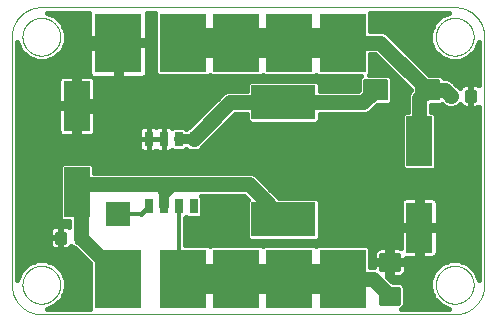
<source format=gtl>
G75*
%MOIN*%
%OFA0B0*%
%FSLAX25Y25*%
%IPPOS*%
%LPD*%
%AMOC8*
5,1,8,0,0,1.08239X$1,22.5*
%
%ADD10C,0.00000*%
%ADD11C,0.00984*%
%ADD12R,0.08661X0.16535*%
%ADD13C,0.00709*%
%ADD14R,0.21260X0.11417*%
%ADD15C,0.01575*%
%ADD16R,0.02835X0.05000*%
%ADD17R,0.15748X0.19685*%
%ADD18R,0.07874X0.07874*%
%ADD19C,0.01600*%
%ADD20C,0.05000*%
%ADD21C,0.04000*%
%ADD22C,0.03200*%
%ADD23C,0.10000*%
%ADD24C,0.01200*%
D10*
X0013611Y0003769D02*
X0151406Y0003769D01*
X0145107Y0013611D02*
X0145109Y0013769D01*
X0145115Y0013927D01*
X0145125Y0014085D01*
X0145139Y0014243D01*
X0145157Y0014400D01*
X0145178Y0014557D01*
X0145204Y0014713D01*
X0145234Y0014869D01*
X0145267Y0015024D01*
X0145305Y0015177D01*
X0145346Y0015330D01*
X0145391Y0015482D01*
X0145440Y0015633D01*
X0145493Y0015782D01*
X0145549Y0015930D01*
X0145609Y0016076D01*
X0145673Y0016221D01*
X0145741Y0016364D01*
X0145812Y0016506D01*
X0145886Y0016646D01*
X0145964Y0016783D01*
X0146046Y0016919D01*
X0146130Y0017053D01*
X0146219Y0017184D01*
X0146310Y0017313D01*
X0146405Y0017440D01*
X0146502Y0017565D01*
X0146603Y0017687D01*
X0146707Y0017806D01*
X0146814Y0017923D01*
X0146924Y0018037D01*
X0147037Y0018148D01*
X0147152Y0018257D01*
X0147270Y0018362D01*
X0147391Y0018464D01*
X0147514Y0018564D01*
X0147640Y0018660D01*
X0147768Y0018753D01*
X0147898Y0018843D01*
X0148031Y0018929D01*
X0148166Y0019013D01*
X0148302Y0019092D01*
X0148441Y0019169D01*
X0148582Y0019241D01*
X0148724Y0019311D01*
X0148868Y0019376D01*
X0149014Y0019438D01*
X0149161Y0019496D01*
X0149310Y0019551D01*
X0149460Y0019602D01*
X0149611Y0019649D01*
X0149763Y0019692D01*
X0149916Y0019731D01*
X0150071Y0019767D01*
X0150226Y0019798D01*
X0150382Y0019826D01*
X0150538Y0019850D01*
X0150695Y0019870D01*
X0150853Y0019886D01*
X0151010Y0019898D01*
X0151169Y0019906D01*
X0151327Y0019910D01*
X0151485Y0019910D01*
X0151643Y0019906D01*
X0151802Y0019898D01*
X0151959Y0019886D01*
X0152117Y0019870D01*
X0152274Y0019850D01*
X0152430Y0019826D01*
X0152586Y0019798D01*
X0152741Y0019767D01*
X0152896Y0019731D01*
X0153049Y0019692D01*
X0153201Y0019649D01*
X0153352Y0019602D01*
X0153502Y0019551D01*
X0153651Y0019496D01*
X0153798Y0019438D01*
X0153944Y0019376D01*
X0154088Y0019311D01*
X0154230Y0019241D01*
X0154371Y0019169D01*
X0154510Y0019092D01*
X0154646Y0019013D01*
X0154781Y0018929D01*
X0154914Y0018843D01*
X0155044Y0018753D01*
X0155172Y0018660D01*
X0155298Y0018564D01*
X0155421Y0018464D01*
X0155542Y0018362D01*
X0155660Y0018257D01*
X0155775Y0018148D01*
X0155888Y0018037D01*
X0155998Y0017923D01*
X0156105Y0017806D01*
X0156209Y0017687D01*
X0156310Y0017565D01*
X0156407Y0017440D01*
X0156502Y0017313D01*
X0156593Y0017184D01*
X0156682Y0017053D01*
X0156766Y0016919D01*
X0156848Y0016783D01*
X0156926Y0016646D01*
X0157000Y0016506D01*
X0157071Y0016364D01*
X0157139Y0016221D01*
X0157203Y0016076D01*
X0157263Y0015930D01*
X0157319Y0015782D01*
X0157372Y0015633D01*
X0157421Y0015482D01*
X0157466Y0015330D01*
X0157507Y0015177D01*
X0157545Y0015024D01*
X0157578Y0014869D01*
X0157608Y0014713D01*
X0157634Y0014557D01*
X0157655Y0014400D01*
X0157673Y0014243D01*
X0157687Y0014085D01*
X0157697Y0013927D01*
X0157703Y0013769D01*
X0157705Y0013611D01*
X0157703Y0013453D01*
X0157697Y0013295D01*
X0157687Y0013137D01*
X0157673Y0012979D01*
X0157655Y0012822D01*
X0157634Y0012665D01*
X0157608Y0012509D01*
X0157578Y0012353D01*
X0157545Y0012198D01*
X0157507Y0012045D01*
X0157466Y0011892D01*
X0157421Y0011740D01*
X0157372Y0011589D01*
X0157319Y0011440D01*
X0157263Y0011292D01*
X0157203Y0011146D01*
X0157139Y0011001D01*
X0157071Y0010858D01*
X0157000Y0010716D01*
X0156926Y0010576D01*
X0156848Y0010439D01*
X0156766Y0010303D01*
X0156682Y0010169D01*
X0156593Y0010038D01*
X0156502Y0009909D01*
X0156407Y0009782D01*
X0156310Y0009657D01*
X0156209Y0009535D01*
X0156105Y0009416D01*
X0155998Y0009299D01*
X0155888Y0009185D01*
X0155775Y0009074D01*
X0155660Y0008965D01*
X0155542Y0008860D01*
X0155421Y0008758D01*
X0155298Y0008658D01*
X0155172Y0008562D01*
X0155044Y0008469D01*
X0154914Y0008379D01*
X0154781Y0008293D01*
X0154646Y0008209D01*
X0154510Y0008130D01*
X0154371Y0008053D01*
X0154230Y0007981D01*
X0154088Y0007911D01*
X0153944Y0007846D01*
X0153798Y0007784D01*
X0153651Y0007726D01*
X0153502Y0007671D01*
X0153352Y0007620D01*
X0153201Y0007573D01*
X0153049Y0007530D01*
X0152896Y0007491D01*
X0152741Y0007455D01*
X0152586Y0007424D01*
X0152430Y0007396D01*
X0152274Y0007372D01*
X0152117Y0007352D01*
X0151959Y0007336D01*
X0151802Y0007324D01*
X0151643Y0007316D01*
X0151485Y0007312D01*
X0151327Y0007312D01*
X0151169Y0007316D01*
X0151010Y0007324D01*
X0150853Y0007336D01*
X0150695Y0007352D01*
X0150538Y0007372D01*
X0150382Y0007396D01*
X0150226Y0007424D01*
X0150071Y0007455D01*
X0149916Y0007491D01*
X0149763Y0007530D01*
X0149611Y0007573D01*
X0149460Y0007620D01*
X0149310Y0007671D01*
X0149161Y0007726D01*
X0149014Y0007784D01*
X0148868Y0007846D01*
X0148724Y0007911D01*
X0148582Y0007981D01*
X0148441Y0008053D01*
X0148302Y0008130D01*
X0148166Y0008209D01*
X0148031Y0008293D01*
X0147898Y0008379D01*
X0147768Y0008469D01*
X0147640Y0008562D01*
X0147514Y0008658D01*
X0147391Y0008758D01*
X0147270Y0008860D01*
X0147152Y0008965D01*
X0147037Y0009074D01*
X0146924Y0009185D01*
X0146814Y0009299D01*
X0146707Y0009416D01*
X0146603Y0009535D01*
X0146502Y0009657D01*
X0146405Y0009782D01*
X0146310Y0009909D01*
X0146219Y0010038D01*
X0146130Y0010169D01*
X0146046Y0010303D01*
X0145964Y0010439D01*
X0145886Y0010576D01*
X0145812Y0010716D01*
X0145741Y0010858D01*
X0145673Y0011001D01*
X0145609Y0011146D01*
X0145549Y0011292D01*
X0145493Y0011440D01*
X0145440Y0011589D01*
X0145391Y0011740D01*
X0145346Y0011892D01*
X0145305Y0012045D01*
X0145267Y0012198D01*
X0145234Y0012353D01*
X0145204Y0012509D01*
X0145178Y0012665D01*
X0145157Y0012822D01*
X0145139Y0012979D01*
X0145125Y0013137D01*
X0145115Y0013295D01*
X0145109Y0013453D01*
X0145107Y0013611D01*
X0151406Y0003768D02*
X0151644Y0003771D01*
X0151882Y0003779D01*
X0152119Y0003794D01*
X0152356Y0003814D01*
X0152592Y0003840D01*
X0152828Y0003871D01*
X0153063Y0003908D01*
X0153297Y0003951D01*
X0153530Y0004000D01*
X0153762Y0004054D01*
X0153992Y0004114D01*
X0154221Y0004179D01*
X0154448Y0004250D01*
X0154673Y0004326D01*
X0154896Y0004408D01*
X0155118Y0004495D01*
X0155337Y0004587D01*
X0155554Y0004685D01*
X0155768Y0004787D01*
X0155980Y0004895D01*
X0156190Y0005009D01*
X0156396Y0005127D01*
X0156600Y0005250D01*
X0156800Y0005378D01*
X0156997Y0005510D01*
X0157192Y0005648D01*
X0157382Y0005790D01*
X0157570Y0005937D01*
X0157753Y0006088D01*
X0157933Y0006243D01*
X0158109Y0006403D01*
X0158281Y0006567D01*
X0158450Y0006736D01*
X0158614Y0006908D01*
X0158774Y0007084D01*
X0158929Y0007264D01*
X0159080Y0007447D01*
X0159227Y0007635D01*
X0159369Y0007825D01*
X0159507Y0008020D01*
X0159639Y0008217D01*
X0159767Y0008417D01*
X0159890Y0008621D01*
X0160008Y0008827D01*
X0160122Y0009037D01*
X0160230Y0009249D01*
X0160332Y0009463D01*
X0160430Y0009680D01*
X0160522Y0009899D01*
X0160609Y0010121D01*
X0160691Y0010344D01*
X0160767Y0010569D01*
X0160838Y0010796D01*
X0160903Y0011025D01*
X0160963Y0011255D01*
X0161017Y0011487D01*
X0161066Y0011720D01*
X0161109Y0011954D01*
X0161146Y0012189D01*
X0161177Y0012425D01*
X0161203Y0012661D01*
X0161223Y0012898D01*
X0161238Y0013135D01*
X0161246Y0013373D01*
X0161249Y0013611D01*
X0161249Y0096288D01*
X0145107Y0096288D02*
X0145109Y0096446D01*
X0145115Y0096604D01*
X0145125Y0096762D01*
X0145139Y0096920D01*
X0145157Y0097077D01*
X0145178Y0097234D01*
X0145204Y0097390D01*
X0145234Y0097546D01*
X0145267Y0097701D01*
X0145305Y0097854D01*
X0145346Y0098007D01*
X0145391Y0098159D01*
X0145440Y0098310D01*
X0145493Y0098459D01*
X0145549Y0098607D01*
X0145609Y0098753D01*
X0145673Y0098898D01*
X0145741Y0099041D01*
X0145812Y0099183D01*
X0145886Y0099323D01*
X0145964Y0099460D01*
X0146046Y0099596D01*
X0146130Y0099730D01*
X0146219Y0099861D01*
X0146310Y0099990D01*
X0146405Y0100117D01*
X0146502Y0100242D01*
X0146603Y0100364D01*
X0146707Y0100483D01*
X0146814Y0100600D01*
X0146924Y0100714D01*
X0147037Y0100825D01*
X0147152Y0100934D01*
X0147270Y0101039D01*
X0147391Y0101141D01*
X0147514Y0101241D01*
X0147640Y0101337D01*
X0147768Y0101430D01*
X0147898Y0101520D01*
X0148031Y0101606D01*
X0148166Y0101690D01*
X0148302Y0101769D01*
X0148441Y0101846D01*
X0148582Y0101918D01*
X0148724Y0101988D01*
X0148868Y0102053D01*
X0149014Y0102115D01*
X0149161Y0102173D01*
X0149310Y0102228D01*
X0149460Y0102279D01*
X0149611Y0102326D01*
X0149763Y0102369D01*
X0149916Y0102408D01*
X0150071Y0102444D01*
X0150226Y0102475D01*
X0150382Y0102503D01*
X0150538Y0102527D01*
X0150695Y0102547D01*
X0150853Y0102563D01*
X0151010Y0102575D01*
X0151169Y0102583D01*
X0151327Y0102587D01*
X0151485Y0102587D01*
X0151643Y0102583D01*
X0151802Y0102575D01*
X0151959Y0102563D01*
X0152117Y0102547D01*
X0152274Y0102527D01*
X0152430Y0102503D01*
X0152586Y0102475D01*
X0152741Y0102444D01*
X0152896Y0102408D01*
X0153049Y0102369D01*
X0153201Y0102326D01*
X0153352Y0102279D01*
X0153502Y0102228D01*
X0153651Y0102173D01*
X0153798Y0102115D01*
X0153944Y0102053D01*
X0154088Y0101988D01*
X0154230Y0101918D01*
X0154371Y0101846D01*
X0154510Y0101769D01*
X0154646Y0101690D01*
X0154781Y0101606D01*
X0154914Y0101520D01*
X0155044Y0101430D01*
X0155172Y0101337D01*
X0155298Y0101241D01*
X0155421Y0101141D01*
X0155542Y0101039D01*
X0155660Y0100934D01*
X0155775Y0100825D01*
X0155888Y0100714D01*
X0155998Y0100600D01*
X0156105Y0100483D01*
X0156209Y0100364D01*
X0156310Y0100242D01*
X0156407Y0100117D01*
X0156502Y0099990D01*
X0156593Y0099861D01*
X0156682Y0099730D01*
X0156766Y0099596D01*
X0156848Y0099460D01*
X0156926Y0099323D01*
X0157000Y0099183D01*
X0157071Y0099041D01*
X0157139Y0098898D01*
X0157203Y0098753D01*
X0157263Y0098607D01*
X0157319Y0098459D01*
X0157372Y0098310D01*
X0157421Y0098159D01*
X0157466Y0098007D01*
X0157507Y0097854D01*
X0157545Y0097701D01*
X0157578Y0097546D01*
X0157608Y0097390D01*
X0157634Y0097234D01*
X0157655Y0097077D01*
X0157673Y0096920D01*
X0157687Y0096762D01*
X0157697Y0096604D01*
X0157703Y0096446D01*
X0157705Y0096288D01*
X0157703Y0096130D01*
X0157697Y0095972D01*
X0157687Y0095814D01*
X0157673Y0095656D01*
X0157655Y0095499D01*
X0157634Y0095342D01*
X0157608Y0095186D01*
X0157578Y0095030D01*
X0157545Y0094875D01*
X0157507Y0094722D01*
X0157466Y0094569D01*
X0157421Y0094417D01*
X0157372Y0094266D01*
X0157319Y0094117D01*
X0157263Y0093969D01*
X0157203Y0093823D01*
X0157139Y0093678D01*
X0157071Y0093535D01*
X0157000Y0093393D01*
X0156926Y0093253D01*
X0156848Y0093116D01*
X0156766Y0092980D01*
X0156682Y0092846D01*
X0156593Y0092715D01*
X0156502Y0092586D01*
X0156407Y0092459D01*
X0156310Y0092334D01*
X0156209Y0092212D01*
X0156105Y0092093D01*
X0155998Y0091976D01*
X0155888Y0091862D01*
X0155775Y0091751D01*
X0155660Y0091642D01*
X0155542Y0091537D01*
X0155421Y0091435D01*
X0155298Y0091335D01*
X0155172Y0091239D01*
X0155044Y0091146D01*
X0154914Y0091056D01*
X0154781Y0090970D01*
X0154646Y0090886D01*
X0154510Y0090807D01*
X0154371Y0090730D01*
X0154230Y0090658D01*
X0154088Y0090588D01*
X0153944Y0090523D01*
X0153798Y0090461D01*
X0153651Y0090403D01*
X0153502Y0090348D01*
X0153352Y0090297D01*
X0153201Y0090250D01*
X0153049Y0090207D01*
X0152896Y0090168D01*
X0152741Y0090132D01*
X0152586Y0090101D01*
X0152430Y0090073D01*
X0152274Y0090049D01*
X0152117Y0090029D01*
X0151959Y0090013D01*
X0151802Y0090001D01*
X0151643Y0089993D01*
X0151485Y0089989D01*
X0151327Y0089989D01*
X0151169Y0089993D01*
X0151010Y0090001D01*
X0150853Y0090013D01*
X0150695Y0090029D01*
X0150538Y0090049D01*
X0150382Y0090073D01*
X0150226Y0090101D01*
X0150071Y0090132D01*
X0149916Y0090168D01*
X0149763Y0090207D01*
X0149611Y0090250D01*
X0149460Y0090297D01*
X0149310Y0090348D01*
X0149161Y0090403D01*
X0149014Y0090461D01*
X0148868Y0090523D01*
X0148724Y0090588D01*
X0148582Y0090658D01*
X0148441Y0090730D01*
X0148302Y0090807D01*
X0148166Y0090886D01*
X0148031Y0090970D01*
X0147898Y0091056D01*
X0147768Y0091146D01*
X0147640Y0091239D01*
X0147514Y0091335D01*
X0147391Y0091435D01*
X0147270Y0091537D01*
X0147152Y0091642D01*
X0147037Y0091751D01*
X0146924Y0091862D01*
X0146814Y0091976D01*
X0146707Y0092093D01*
X0146603Y0092212D01*
X0146502Y0092334D01*
X0146405Y0092459D01*
X0146310Y0092586D01*
X0146219Y0092715D01*
X0146130Y0092846D01*
X0146046Y0092980D01*
X0145964Y0093116D01*
X0145886Y0093253D01*
X0145812Y0093393D01*
X0145741Y0093535D01*
X0145673Y0093678D01*
X0145609Y0093823D01*
X0145549Y0093969D01*
X0145493Y0094117D01*
X0145440Y0094266D01*
X0145391Y0094417D01*
X0145346Y0094569D01*
X0145305Y0094722D01*
X0145267Y0094875D01*
X0145234Y0095030D01*
X0145204Y0095186D01*
X0145178Y0095342D01*
X0145157Y0095499D01*
X0145139Y0095656D01*
X0145125Y0095814D01*
X0145115Y0095972D01*
X0145109Y0096130D01*
X0145107Y0096288D01*
X0151406Y0106131D02*
X0151644Y0106128D01*
X0151882Y0106120D01*
X0152119Y0106105D01*
X0152356Y0106085D01*
X0152592Y0106059D01*
X0152828Y0106028D01*
X0153063Y0105991D01*
X0153297Y0105948D01*
X0153530Y0105899D01*
X0153762Y0105845D01*
X0153992Y0105785D01*
X0154221Y0105720D01*
X0154448Y0105649D01*
X0154673Y0105573D01*
X0154896Y0105491D01*
X0155118Y0105404D01*
X0155337Y0105312D01*
X0155554Y0105214D01*
X0155768Y0105112D01*
X0155980Y0105004D01*
X0156190Y0104890D01*
X0156396Y0104772D01*
X0156600Y0104649D01*
X0156800Y0104521D01*
X0156997Y0104389D01*
X0157192Y0104251D01*
X0157382Y0104109D01*
X0157570Y0103962D01*
X0157753Y0103811D01*
X0157933Y0103656D01*
X0158109Y0103496D01*
X0158281Y0103332D01*
X0158450Y0103163D01*
X0158614Y0102991D01*
X0158774Y0102815D01*
X0158929Y0102635D01*
X0159080Y0102452D01*
X0159227Y0102264D01*
X0159369Y0102074D01*
X0159507Y0101879D01*
X0159639Y0101682D01*
X0159767Y0101482D01*
X0159890Y0101278D01*
X0160008Y0101072D01*
X0160122Y0100862D01*
X0160230Y0100650D01*
X0160332Y0100436D01*
X0160430Y0100219D01*
X0160522Y0100000D01*
X0160609Y0099778D01*
X0160691Y0099555D01*
X0160767Y0099330D01*
X0160838Y0099103D01*
X0160903Y0098874D01*
X0160963Y0098644D01*
X0161017Y0098412D01*
X0161066Y0098179D01*
X0161109Y0097945D01*
X0161146Y0097710D01*
X0161177Y0097474D01*
X0161203Y0097238D01*
X0161223Y0097001D01*
X0161238Y0096764D01*
X0161246Y0096526D01*
X0161249Y0096288D01*
X0151406Y0106131D02*
X0013611Y0106131D01*
X0007312Y0096288D02*
X0007314Y0096446D01*
X0007320Y0096604D01*
X0007330Y0096762D01*
X0007344Y0096920D01*
X0007362Y0097077D01*
X0007383Y0097234D01*
X0007409Y0097390D01*
X0007439Y0097546D01*
X0007472Y0097701D01*
X0007510Y0097854D01*
X0007551Y0098007D01*
X0007596Y0098159D01*
X0007645Y0098310D01*
X0007698Y0098459D01*
X0007754Y0098607D01*
X0007814Y0098753D01*
X0007878Y0098898D01*
X0007946Y0099041D01*
X0008017Y0099183D01*
X0008091Y0099323D01*
X0008169Y0099460D01*
X0008251Y0099596D01*
X0008335Y0099730D01*
X0008424Y0099861D01*
X0008515Y0099990D01*
X0008610Y0100117D01*
X0008707Y0100242D01*
X0008808Y0100364D01*
X0008912Y0100483D01*
X0009019Y0100600D01*
X0009129Y0100714D01*
X0009242Y0100825D01*
X0009357Y0100934D01*
X0009475Y0101039D01*
X0009596Y0101141D01*
X0009719Y0101241D01*
X0009845Y0101337D01*
X0009973Y0101430D01*
X0010103Y0101520D01*
X0010236Y0101606D01*
X0010371Y0101690D01*
X0010507Y0101769D01*
X0010646Y0101846D01*
X0010787Y0101918D01*
X0010929Y0101988D01*
X0011073Y0102053D01*
X0011219Y0102115D01*
X0011366Y0102173D01*
X0011515Y0102228D01*
X0011665Y0102279D01*
X0011816Y0102326D01*
X0011968Y0102369D01*
X0012121Y0102408D01*
X0012276Y0102444D01*
X0012431Y0102475D01*
X0012587Y0102503D01*
X0012743Y0102527D01*
X0012900Y0102547D01*
X0013058Y0102563D01*
X0013215Y0102575D01*
X0013374Y0102583D01*
X0013532Y0102587D01*
X0013690Y0102587D01*
X0013848Y0102583D01*
X0014007Y0102575D01*
X0014164Y0102563D01*
X0014322Y0102547D01*
X0014479Y0102527D01*
X0014635Y0102503D01*
X0014791Y0102475D01*
X0014946Y0102444D01*
X0015101Y0102408D01*
X0015254Y0102369D01*
X0015406Y0102326D01*
X0015557Y0102279D01*
X0015707Y0102228D01*
X0015856Y0102173D01*
X0016003Y0102115D01*
X0016149Y0102053D01*
X0016293Y0101988D01*
X0016435Y0101918D01*
X0016576Y0101846D01*
X0016715Y0101769D01*
X0016851Y0101690D01*
X0016986Y0101606D01*
X0017119Y0101520D01*
X0017249Y0101430D01*
X0017377Y0101337D01*
X0017503Y0101241D01*
X0017626Y0101141D01*
X0017747Y0101039D01*
X0017865Y0100934D01*
X0017980Y0100825D01*
X0018093Y0100714D01*
X0018203Y0100600D01*
X0018310Y0100483D01*
X0018414Y0100364D01*
X0018515Y0100242D01*
X0018612Y0100117D01*
X0018707Y0099990D01*
X0018798Y0099861D01*
X0018887Y0099730D01*
X0018971Y0099596D01*
X0019053Y0099460D01*
X0019131Y0099323D01*
X0019205Y0099183D01*
X0019276Y0099041D01*
X0019344Y0098898D01*
X0019408Y0098753D01*
X0019468Y0098607D01*
X0019524Y0098459D01*
X0019577Y0098310D01*
X0019626Y0098159D01*
X0019671Y0098007D01*
X0019712Y0097854D01*
X0019750Y0097701D01*
X0019783Y0097546D01*
X0019813Y0097390D01*
X0019839Y0097234D01*
X0019860Y0097077D01*
X0019878Y0096920D01*
X0019892Y0096762D01*
X0019902Y0096604D01*
X0019908Y0096446D01*
X0019910Y0096288D01*
X0019908Y0096130D01*
X0019902Y0095972D01*
X0019892Y0095814D01*
X0019878Y0095656D01*
X0019860Y0095499D01*
X0019839Y0095342D01*
X0019813Y0095186D01*
X0019783Y0095030D01*
X0019750Y0094875D01*
X0019712Y0094722D01*
X0019671Y0094569D01*
X0019626Y0094417D01*
X0019577Y0094266D01*
X0019524Y0094117D01*
X0019468Y0093969D01*
X0019408Y0093823D01*
X0019344Y0093678D01*
X0019276Y0093535D01*
X0019205Y0093393D01*
X0019131Y0093253D01*
X0019053Y0093116D01*
X0018971Y0092980D01*
X0018887Y0092846D01*
X0018798Y0092715D01*
X0018707Y0092586D01*
X0018612Y0092459D01*
X0018515Y0092334D01*
X0018414Y0092212D01*
X0018310Y0092093D01*
X0018203Y0091976D01*
X0018093Y0091862D01*
X0017980Y0091751D01*
X0017865Y0091642D01*
X0017747Y0091537D01*
X0017626Y0091435D01*
X0017503Y0091335D01*
X0017377Y0091239D01*
X0017249Y0091146D01*
X0017119Y0091056D01*
X0016986Y0090970D01*
X0016851Y0090886D01*
X0016715Y0090807D01*
X0016576Y0090730D01*
X0016435Y0090658D01*
X0016293Y0090588D01*
X0016149Y0090523D01*
X0016003Y0090461D01*
X0015856Y0090403D01*
X0015707Y0090348D01*
X0015557Y0090297D01*
X0015406Y0090250D01*
X0015254Y0090207D01*
X0015101Y0090168D01*
X0014946Y0090132D01*
X0014791Y0090101D01*
X0014635Y0090073D01*
X0014479Y0090049D01*
X0014322Y0090029D01*
X0014164Y0090013D01*
X0014007Y0090001D01*
X0013848Y0089993D01*
X0013690Y0089989D01*
X0013532Y0089989D01*
X0013374Y0089993D01*
X0013215Y0090001D01*
X0013058Y0090013D01*
X0012900Y0090029D01*
X0012743Y0090049D01*
X0012587Y0090073D01*
X0012431Y0090101D01*
X0012276Y0090132D01*
X0012121Y0090168D01*
X0011968Y0090207D01*
X0011816Y0090250D01*
X0011665Y0090297D01*
X0011515Y0090348D01*
X0011366Y0090403D01*
X0011219Y0090461D01*
X0011073Y0090523D01*
X0010929Y0090588D01*
X0010787Y0090658D01*
X0010646Y0090730D01*
X0010507Y0090807D01*
X0010371Y0090886D01*
X0010236Y0090970D01*
X0010103Y0091056D01*
X0009973Y0091146D01*
X0009845Y0091239D01*
X0009719Y0091335D01*
X0009596Y0091435D01*
X0009475Y0091537D01*
X0009357Y0091642D01*
X0009242Y0091751D01*
X0009129Y0091862D01*
X0009019Y0091976D01*
X0008912Y0092093D01*
X0008808Y0092212D01*
X0008707Y0092334D01*
X0008610Y0092459D01*
X0008515Y0092586D01*
X0008424Y0092715D01*
X0008335Y0092846D01*
X0008251Y0092980D01*
X0008169Y0093116D01*
X0008091Y0093253D01*
X0008017Y0093393D01*
X0007946Y0093535D01*
X0007878Y0093678D01*
X0007814Y0093823D01*
X0007754Y0093969D01*
X0007698Y0094117D01*
X0007645Y0094266D01*
X0007596Y0094417D01*
X0007551Y0094569D01*
X0007510Y0094722D01*
X0007472Y0094875D01*
X0007439Y0095030D01*
X0007409Y0095186D01*
X0007383Y0095342D01*
X0007362Y0095499D01*
X0007344Y0095656D01*
X0007330Y0095814D01*
X0007320Y0095972D01*
X0007314Y0096130D01*
X0007312Y0096288D01*
X0003769Y0096288D02*
X0003769Y0013611D01*
X0007312Y0013611D02*
X0007314Y0013769D01*
X0007320Y0013927D01*
X0007330Y0014085D01*
X0007344Y0014243D01*
X0007362Y0014400D01*
X0007383Y0014557D01*
X0007409Y0014713D01*
X0007439Y0014869D01*
X0007472Y0015024D01*
X0007510Y0015177D01*
X0007551Y0015330D01*
X0007596Y0015482D01*
X0007645Y0015633D01*
X0007698Y0015782D01*
X0007754Y0015930D01*
X0007814Y0016076D01*
X0007878Y0016221D01*
X0007946Y0016364D01*
X0008017Y0016506D01*
X0008091Y0016646D01*
X0008169Y0016783D01*
X0008251Y0016919D01*
X0008335Y0017053D01*
X0008424Y0017184D01*
X0008515Y0017313D01*
X0008610Y0017440D01*
X0008707Y0017565D01*
X0008808Y0017687D01*
X0008912Y0017806D01*
X0009019Y0017923D01*
X0009129Y0018037D01*
X0009242Y0018148D01*
X0009357Y0018257D01*
X0009475Y0018362D01*
X0009596Y0018464D01*
X0009719Y0018564D01*
X0009845Y0018660D01*
X0009973Y0018753D01*
X0010103Y0018843D01*
X0010236Y0018929D01*
X0010371Y0019013D01*
X0010507Y0019092D01*
X0010646Y0019169D01*
X0010787Y0019241D01*
X0010929Y0019311D01*
X0011073Y0019376D01*
X0011219Y0019438D01*
X0011366Y0019496D01*
X0011515Y0019551D01*
X0011665Y0019602D01*
X0011816Y0019649D01*
X0011968Y0019692D01*
X0012121Y0019731D01*
X0012276Y0019767D01*
X0012431Y0019798D01*
X0012587Y0019826D01*
X0012743Y0019850D01*
X0012900Y0019870D01*
X0013058Y0019886D01*
X0013215Y0019898D01*
X0013374Y0019906D01*
X0013532Y0019910D01*
X0013690Y0019910D01*
X0013848Y0019906D01*
X0014007Y0019898D01*
X0014164Y0019886D01*
X0014322Y0019870D01*
X0014479Y0019850D01*
X0014635Y0019826D01*
X0014791Y0019798D01*
X0014946Y0019767D01*
X0015101Y0019731D01*
X0015254Y0019692D01*
X0015406Y0019649D01*
X0015557Y0019602D01*
X0015707Y0019551D01*
X0015856Y0019496D01*
X0016003Y0019438D01*
X0016149Y0019376D01*
X0016293Y0019311D01*
X0016435Y0019241D01*
X0016576Y0019169D01*
X0016715Y0019092D01*
X0016851Y0019013D01*
X0016986Y0018929D01*
X0017119Y0018843D01*
X0017249Y0018753D01*
X0017377Y0018660D01*
X0017503Y0018564D01*
X0017626Y0018464D01*
X0017747Y0018362D01*
X0017865Y0018257D01*
X0017980Y0018148D01*
X0018093Y0018037D01*
X0018203Y0017923D01*
X0018310Y0017806D01*
X0018414Y0017687D01*
X0018515Y0017565D01*
X0018612Y0017440D01*
X0018707Y0017313D01*
X0018798Y0017184D01*
X0018887Y0017053D01*
X0018971Y0016919D01*
X0019053Y0016783D01*
X0019131Y0016646D01*
X0019205Y0016506D01*
X0019276Y0016364D01*
X0019344Y0016221D01*
X0019408Y0016076D01*
X0019468Y0015930D01*
X0019524Y0015782D01*
X0019577Y0015633D01*
X0019626Y0015482D01*
X0019671Y0015330D01*
X0019712Y0015177D01*
X0019750Y0015024D01*
X0019783Y0014869D01*
X0019813Y0014713D01*
X0019839Y0014557D01*
X0019860Y0014400D01*
X0019878Y0014243D01*
X0019892Y0014085D01*
X0019902Y0013927D01*
X0019908Y0013769D01*
X0019910Y0013611D01*
X0019908Y0013453D01*
X0019902Y0013295D01*
X0019892Y0013137D01*
X0019878Y0012979D01*
X0019860Y0012822D01*
X0019839Y0012665D01*
X0019813Y0012509D01*
X0019783Y0012353D01*
X0019750Y0012198D01*
X0019712Y0012045D01*
X0019671Y0011892D01*
X0019626Y0011740D01*
X0019577Y0011589D01*
X0019524Y0011440D01*
X0019468Y0011292D01*
X0019408Y0011146D01*
X0019344Y0011001D01*
X0019276Y0010858D01*
X0019205Y0010716D01*
X0019131Y0010576D01*
X0019053Y0010439D01*
X0018971Y0010303D01*
X0018887Y0010169D01*
X0018798Y0010038D01*
X0018707Y0009909D01*
X0018612Y0009782D01*
X0018515Y0009657D01*
X0018414Y0009535D01*
X0018310Y0009416D01*
X0018203Y0009299D01*
X0018093Y0009185D01*
X0017980Y0009074D01*
X0017865Y0008965D01*
X0017747Y0008860D01*
X0017626Y0008758D01*
X0017503Y0008658D01*
X0017377Y0008562D01*
X0017249Y0008469D01*
X0017119Y0008379D01*
X0016986Y0008293D01*
X0016851Y0008209D01*
X0016715Y0008130D01*
X0016576Y0008053D01*
X0016435Y0007981D01*
X0016293Y0007911D01*
X0016149Y0007846D01*
X0016003Y0007784D01*
X0015856Y0007726D01*
X0015707Y0007671D01*
X0015557Y0007620D01*
X0015406Y0007573D01*
X0015254Y0007530D01*
X0015101Y0007491D01*
X0014946Y0007455D01*
X0014791Y0007424D01*
X0014635Y0007396D01*
X0014479Y0007372D01*
X0014322Y0007352D01*
X0014164Y0007336D01*
X0014007Y0007324D01*
X0013848Y0007316D01*
X0013690Y0007312D01*
X0013532Y0007312D01*
X0013374Y0007316D01*
X0013215Y0007324D01*
X0013058Y0007336D01*
X0012900Y0007352D01*
X0012743Y0007372D01*
X0012587Y0007396D01*
X0012431Y0007424D01*
X0012276Y0007455D01*
X0012121Y0007491D01*
X0011968Y0007530D01*
X0011816Y0007573D01*
X0011665Y0007620D01*
X0011515Y0007671D01*
X0011366Y0007726D01*
X0011219Y0007784D01*
X0011073Y0007846D01*
X0010929Y0007911D01*
X0010787Y0007981D01*
X0010646Y0008053D01*
X0010507Y0008130D01*
X0010371Y0008209D01*
X0010236Y0008293D01*
X0010103Y0008379D01*
X0009973Y0008469D01*
X0009845Y0008562D01*
X0009719Y0008658D01*
X0009596Y0008758D01*
X0009475Y0008860D01*
X0009357Y0008965D01*
X0009242Y0009074D01*
X0009129Y0009185D01*
X0009019Y0009299D01*
X0008912Y0009416D01*
X0008808Y0009535D01*
X0008707Y0009657D01*
X0008610Y0009782D01*
X0008515Y0009909D01*
X0008424Y0010038D01*
X0008335Y0010169D01*
X0008251Y0010303D01*
X0008169Y0010439D01*
X0008091Y0010576D01*
X0008017Y0010716D01*
X0007946Y0010858D01*
X0007878Y0011001D01*
X0007814Y0011146D01*
X0007754Y0011292D01*
X0007698Y0011440D01*
X0007645Y0011589D01*
X0007596Y0011740D01*
X0007551Y0011892D01*
X0007510Y0012045D01*
X0007472Y0012198D01*
X0007439Y0012353D01*
X0007409Y0012509D01*
X0007383Y0012665D01*
X0007362Y0012822D01*
X0007344Y0012979D01*
X0007330Y0013137D01*
X0007320Y0013295D01*
X0007314Y0013453D01*
X0007312Y0013611D01*
X0003768Y0013611D02*
X0003771Y0013373D01*
X0003779Y0013135D01*
X0003794Y0012898D01*
X0003814Y0012661D01*
X0003840Y0012425D01*
X0003871Y0012189D01*
X0003908Y0011954D01*
X0003951Y0011720D01*
X0004000Y0011487D01*
X0004054Y0011255D01*
X0004114Y0011025D01*
X0004179Y0010796D01*
X0004250Y0010569D01*
X0004326Y0010344D01*
X0004408Y0010121D01*
X0004495Y0009899D01*
X0004587Y0009680D01*
X0004685Y0009463D01*
X0004787Y0009249D01*
X0004895Y0009037D01*
X0005009Y0008827D01*
X0005127Y0008621D01*
X0005250Y0008417D01*
X0005378Y0008217D01*
X0005510Y0008020D01*
X0005648Y0007825D01*
X0005790Y0007635D01*
X0005937Y0007447D01*
X0006088Y0007264D01*
X0006243Y0007084D01*
X0006403Y0006908D01*
X0006567Y0006736D01*
X0006736Y0006567D01*
X0006908Y0006403D01*
X0007084Y0006243D01*
X0007264Y0006088D01*
X0007447Y0005937D01*
X0007635Y0005790D01*
X0007825Y0005648D01*
X0008020Y0005510D01*
X0008217Y0005378D01*
X0008417Y0005250D01*
X0008621Y0005127D01*
X0008827Y0005009D01*
X0009037Y0004895D01*
X0009249Y0004787D01*
X0009463Y0004685D01*
X0009680Y0004587D01*
X0009899Y0004495D01*
X0010121Y0004408D01*
X0010344Y0004326D01*
X0010569Y0004250D01*
X0010796Y0004179D01*
X0011025Y0004114D01*
X0011255Y0004054D01*
X0011487Y0004000D01*
X0011720Y0003951D01*
X0011954Y0003908D01*
X0012189Y0003871D01*
X0012425Y0003840D01*
X0012661Y0003814D01*
X0012898Y0003794D01*
X0013135Y0003779D01*
X0013373Y0003771D01*
X0013611Y0003768D01*
X0003768Y0096288D02*
X0003771Y0096526D01*
X0003779Y0096764D01*
X0003794Y0097001D01*
X0003814Y0097238D01*
X0003840Y0097474D01*
X0003871Y0097710D01*
X0003908Y0097945D01*
X0003951Y0098179D01*
X0004000Y0098412D01*
X0004054Y0098644D01*
X0004114Y0098874D01*
X0004179Y0099103D01*
X0004250Y0099330D01*
X0004326Y0099555D01*
X0004408Y0099778D01*
X0004495Y0100000D01*
X0004587Y0100219D01*
X0004685Y0100436D01*
X0004787Y0100650D01*
X0004895Y0100862D01*
X0005009Y0101072D01*
X0005127Y0101278D01*
X0005250Y0101482D01*
X0005378Y0101682D01*
X0005510Y0101879D01*
X0005648Y0102074D01*
X0005790Y0102264D01*
X0005937Y0102452D01*
X0006088Y0102635D01*
X0006243Y0102815D01*
X0006403Y0102991D01*
X0006567Y0103163D01*
X0006736Y0103332D01*
X0006908Y0103496D01*
X0007084Y0103656D01*
X0007264Y0103811D01*
X0007447Y0103962D01*
X0007635Y0104109D01*
X0007825Y0104251D01*
X0008020Y0104389D01*
X0008217Y0104521D01*
X0008417Y0104649D01*
X0008621Y0104772D01*
X0008827Y0104890D01*
X0009037Y0105004D01*
X0009249Y0105112D01*
X0009463Y0105214D01*
X0009680Y0105312D01*
X0009899Y0105404D01*
X0010121Y0105491D01*
X0010344Y0105573D01*
X0010569Y0105649D01*
X0010796Y0105720D01*
X0011025Y0105785D01*
X0011255Y0105845D01*
X0011487Y0105899D01*
X0011720Y0105948D01*
X0011954Y0105991D01*
X0012189Y0106028D01*
X0012425Y0106059D01*
X0012661Y0106085D01*
X0012898Y0106105D01*
X0013135Y0106120D01*
X0013373Y0106128D01*
X0013611Y0106131D01*
D11*
X0018631Y0031032D02*
X0021583Y0031032D01*
X0021583Y0027686D01*
X0018631Y0027686D01*
X0018631Y0031032D01*
X0018631Y0028621D02*
X0021583Y0028621D01*
X0021583Y0029556D02*
X0018631Y0029556D01*
X0018631Y0030491D02*
X0021583Y0030491D01*
X0025324Y0031032D02*
X0028276Y0031032D01*
X0028276Y0027686D01*
X0025324Y0027686D01*
X0025324Y0031032D01*
X0025324Y0028621D02*
X0028276Y0028621D01*
X0028276Y0029556D02*
X0025324Y0029556D01*
X0025324Y0030491D02*
X0028276Y0030491D01*
X0148552Y0074930D02*
X0151504Y0074930D01*
X0148552Y0074930D02*
X0148552Y0078276D01*
X0151504Y0078276D01*
X0151504Y0074930D01*
X0151504Y0075865D02*
X0148552Y0075865D01*
X0148552Y0076800D02*
X0151504Y0076800D01*
X0151504Y0077735D02*
X0148552Y0077735D01*
X0155245Y0074930D02*
X0158197Y0074930D01*
X0155245Y0074930D02*
X0155245Y0078276D01*
X0158197Y0078276D01*
X0158197Y0074930D01*
X0158197Y0075865D02*
X0155245Y0075865D01*
X0155245Y0076800D02*
X0158197Y0076800D01*
X0158197Y0077735D02*
X0155245Y0077735D01*
D12*
X0139595Y0061446D03*
X0139595Y0032706D03*
X0025422Y0044517D03*
X0025422Y0073257D03*
D13*
X0121248Y0075383D02*
X0128808Y0075383D01*
X0121248Y0075383D02*
X0121248Y0081761D01*
X0128808Y0081761D01*
X0128808Y0075383D01*
X0128808Y0076057D02*
X0121248Y0076057D01*
X0121248Y0076731D02*
X0128808Y0076731D01*
X0128808Y0077405D02*
X0121248Y0077405D01*
X0121248Y0078079D02*
X0128808Y0078079D01*
X0128808Y0078753D02*
X0121248Y0078753D01*
X0121248Y0079427D02*
X0128808Y0079427D01*
X0128808Y0080101D02*
X0121248Y0080101D01*
X0121248Y0080775D02*
X0128808Y0080775D01*
X0128808Y0081449D02*
X0121248Y0081449D01*
X0138571Y0075383D02*
X0146131Y0075383D01*
X0138571Y0075383D02*
X0138571Y0081761D01*
X0146131Y0081761D01*
X0146131Y0075383D01*
X0146131Y0076057D02*
X0138571Y0076057D01*
X0138571Y0076731D02*
X0146131Y0076731D01*
X0146131Y0077405D02*
X0138571Y0077405D01*
X0138571Y0078079D02*
X0146131Y0078079D01*
X0146131Y0078753D02*
X0138571Y0078753D01*
X0138571Y0079427D02*
X0146131Y0079427D01*
X0146131Y0080101D02*
X0138571Y0080101D01*
X0138571Y0080775D02*
X0146131Y0080775D01*
X0146131Y0081449D02*
X0138571Y0081449D01*
D14*
X0094320Y0074438D03*
X0094320Y0035461D03*
D15*
X0126991Y0023540D02*
X0126991Y0018816D01*
X0126991Y0023540D02*
X0132515Y0023540D01*
X0132515Y0018816D01*
X0126991Y0018816D01*
X0126991Y0020312D02*
X0132515Y0020312D01*
X0132515Y0021808D02*
X0126991Y0021808D01*
X0126991Y0023304D02*
X0132515Y0023304D01*
X0126991Y0012343D02*
X0126991Y0007619D01*
X0126991Y0012343D02*
X0132515Y0012343D01*
X0132515Y0007619D01*
X0126991Y0007619D01*
X0126991Y0009115D02*
X0132515Y0009115D01*
X0132515Y0010611D02*
X0126991Y0010611D01*
X0126991Y0012107D02*
X0132515Y0012107D01*
D16*
X0064418Y0039753D03*
X0059418Y0039753D03*
X0054418Y0039753D03*
X0049418Y0039753D03*
X0049418Y0062272D03*
X0054418Y0062272D03*
X0059418Y0062272D03*
X0064418Y0062272D03*
D17*
X0060855Y0094320D03*
X0078572Y0094320D03*
X0096288Y0094320D03*
X0114005Y0094320D03*
X0039202Y0094320D03*
X0039202Y0015580D03*
X0060855Y0015580D03*
X0078572Y0015580D03*
X0096288Y0015580D03*
X0114005Y0015580D03*
D18*
X0039202Y0037233D03*
D19*
X0046898Y0037233D02*
X0049418Y0039753D01*
X0061418Y0035856D02*
X0061918Y0036356D01*
X0062421Y0035853D01*
X0066415Y0035853D01*
X0067235Y0036673D01*
X0067235Y0042833D01*
X0066892Y0043176D01*
X0081090Y0043176D01*
X0082403Y0041863D01*
X0082290Y0041750D01*
X0082290Y0029173D01*
X0083110Y0028353D01*
X0105530Y0028353D01*
X0106350Y0029173D01*
X0106350Y0041750D01*
X0105530Y0042570D01*
X0092726Y0042570D01*
X0086012Y0049285D01*
X0084915Y0050382D01*
X0083481Y0050976D01*
X0031153Y0050976D01*
X0031153Y0053364D01*
X0030333Y0054184D01*
X0020511Y0054184D01*
X0019691Y0053364D01*
X0019691Y0035669D01*
X0020511Y0034849D01*
X0022900Y0034849D01*
X0022900Y0032909D01*
X0022669Y0033064D01*
X0022252Y0033236D01*
X0021809Y0033324D01*
X0020291Y0033324D01*
X0020291Y0029543D01*
X0019923Y0029543D01*
X0019923Y0029175D01*
X0016339Y0029175D01*
X0016339Y0027460D01*
X0016427Y0027017D01*
X0016599Y0026600D01*
X0016850Y0026225D01*
X0017170Y0025905D01*
X0017545Y0025655D01*
X0017962Y0025482D01*
X0018405Y0025394D01*
X0019923Y0025394D01*
X0019923Y0029175D01*
X0020291Y0029175D01*
X0020291Y0025394D01*
X0021809Y0025394D01*
X0022252Y0025482D01*
X0022669Y0025655D01*
X0023045Y0025905D01*
X0023364Y0026225D01*
X0023615Y0026600D01*
X0023649Y0026684D01*
X0024540Y0025794D01*
X0024850Y0025794D01*
X0029928Y0020716D01*
X0029928Y0005568D01*
X0015359Y0005568D01*
X0018199Y0006745D01*
X0020477Y0009023D01*
X0021710Y0012000D01*
X0021710Y0015222D01*
X0020477Y0018199D01*
X0018199Y0020477D01*
X0015222Y0021710D01*
X0012000Y0021710D01*
X0009023Y0020477D01*
X0006745Y0018199D01*
X0005568Y0015359D01*
X0005568Y0094540D01*
X0006745Y0091700D01*
X0009023Y0089422D01*
X0012000Y0088189D01*
X0015222Y0088189D01*
X0018199Y0089422D01*
X0020477Y0091700D01*
X0021710Y0094677D01*
X0021710Y0097899D01*
X0020477Y0100876D01*
X0018199Y0103154D01*
X0015359Y0104331D01*
X0029528Y0104331D01*
X0029528Y0095120D01*
X0038402Y0095120D01*
X0038402Y0093520D01*
X0040002Y0093520D01*
X0040002Y0095120D01*
X0048876Y0095120D01*
X0048876Y0104331D01*
X0051581Y0104331D01*
X0051581Y0083897D01*
X0052401Y0083077D01*
X0069309Y0083077D01*
X0069713Y0083482D01*
X0070118Y0083077D01*
X0087026Y0083077D01*
X0087430Y0083482D01*
X0087834Y0083077D01*
X0104742Y0083077D01*
X0105146Y0083482D01*
X0105551Y0083077D01*
X0120084Y0083077D01*
X0119494Y0082487D01*
X0119494Y0078553D01*
X0119279Y0078338D01*
X0106350Y0078338D01*
X0106350Y0080726D01*
X0105530Y0081546D01*
X0083110Y0081546D01*
X0082290Y0080726D01*
X0082290Y0078338D01*
X0075808Y0078338D01*
X0074374Y0077744D01*
X0073277Y0076647D01*
X0062803Y0066172D01*
X0062421Y0066172D01*
X0061918Y0065670D01*
X0061415Y0066172D01*
X0057421Y0066172D01*
X0057201Y0065952D01*
X0056941Y0066213D01*
X0056530Y0066450D01*
X0056072Y0066572D01*
X0054418Y0066572D01*
X0052764Y0066572D01*
X0052306Y0066450D01*
X0051918Y0066226D01*
X0051530Y0066450D01*
X0051072Y0066572D01*
X0049418Y0066572D01*
X0047764Y0066572D01*
X0047306Y0066450D01*
X0046896Y0066213D01*
X0046560Y0065878D01*
X0046323Y0065467D01*
X0046201Y0065009D01*
X0046201Y0062272D01*
X0046201Y0059535D01*
X0046323Y0059078D01*
X0046560Y0058667D01*
X0046896Y0058332D01*
X0047306Y0058095D01*
X0047764Y0057972D01*
X0049418Y0057972D01*
X0049418Y0062272D01*
X0049418Y0062272D01*
X0049418Y0057972D01*
X0051072Y0057972D01*
X0051530Y0058095D01*
X0051918Y0058319D01*
X0052306Y0058095D01*
X0052764Y0057972D01*
X0054418Y0057972D01*
X0054418Y0062272D01*
X0054418Y0062272D01*
X0054418Y0057972D01*
X0056072Y0057972D01*
X0056530Y0058095D01*
X0056941Y0058332D01*
X0057201Y0058592D01*
X0057421Y0058372D01*
X0061415Y0058372D01*
X0061918Y0058875D01*
X0062421Y0058372D01*
X0066415Y0058372D01*
X0067235Y0059193D01*
X0067235Y0059574D01*
X0078199Y0070538D01*
X0082290Y0070538D01*
X0082290Y0068149D01*
X0083110Y0067329D01*
X0105530Y0067329D01*
X0106350Y0068149D01*
X0106350Y0070538D01*
X0121670Y0070538D01*
X0123104Y0071132D01*
X0125600Y0073628D01*
X0129535Y0073628D01*
X0130562Y0074656D01*
X0130562Y0082487D01*
X0129535Y0083515D01*
X0122896Y0083515D01*
X0123279Y0083897D01*
X0123279Y0090420D01*
X0124988Y0090420D01*
X0136817Y0078590D01*
X0136817Y0078553D01*
X0136289Y0078025D01*
X0135695Y0076591D01*
X0135695Y0071113D01*
X0134685Y0071113D01*
X0133865Y0070293D01*
X0133865Y0052598D01*
X0134685Y0051778D01*
X0144506Y0051778D01*
X0145326Y0052598D01*
X0145326Y0070293D01*
X0144506Y0071113D01*
X0143495Y0071113D01*
X0143495Y0073628D01*
X0146857Y0073628D01*
X0147018Y0073789D01*
X0147768Y0073038D01*
X0148445Y0073038D01*
X0149253Y0072703D01*
X0150804Y0072703D01*
X0151612Y0073038D01*
X0152288Y0073038D01*
X0153179Y0073928D01*
X0153214Y0073844D01*
X0153464Y0073469D01*
X0153784Y0073150D01*
X0154159Y0072899D01*
X0154576Y0072726D01*
X0155019Y0072638D01*
X0156537Y0072638D01*
X0156537Y0076419D01*
X0156906Y0076419D01*
X0156906Y0072638D01*
X0158423Y0072638D01*
X0158866Y0072726D01*
X0159283Y0072899D01*
X0159449Y0073009D01*
X0159449Y0015359D01*
X0158272Y0018199D01*
X0155994Y0020477D01*
X0153017Y0021710D01*
X0149795Y0021710D01*
X0146818Y0020477D01*
X0144540Y0018199D01*
X0143307Y0015222D01*
X0143307Y0012000D01*
X0144540Y0009023D01*
X0146818Y0006745D01*
X0149658Y0005568D01*
X0133558Y0005568D01*
X0134702Y0006713D01*
X0134702Y0013249D01*
X0133421Y0014531D01*
X0130719Y0014531D01*
X0128978Y0016271D01*
X0128978Y0020403D01*
X0130528Y0020403D01*
X0130528Y0021953D01*
X0135102Y0021953D01*
X0135102Y0022638D01*
X0138795Y0022638D01*
X0138795Y0031905D01*
X0140395Y0031905D01*
X0140395Y0022638D01*
X0144163Y0022638D01*
X0144621Y0022760D01*
X0145031Y0022997D01*
X0145366Y0023333D01*
X0145603Y0023743D01*
X0145726Y0024201D01*
X0145726Y0031906D01*
X0140395Y0031906D01*
X0140395Y0033505D01*
X0145726Y0033505D01*
X0145726Y0041210D01*
X0145603Y0041668D01*
X0145366Y0042078D01*
X0145031Y0042414D01*
X0144621Y0042651D01*
X0144163Y0042773D01*
X0140395Y0042773D01*
X0140395Y0033506D01*
X0138795Y0033506D01*
X0138795Y0042773D01*
X0135028Y0042773D01*
X0134570Y0042651D01*
X0134159Y0042414D01*
X0133824Y0042078D01*
X0133587Y0041668D01*
X0133465Y0041210D01*
X0133465Y0033505D01*
X0138795Y0033505D01*
X0138795Y0031906D01*
X0133465Y0031906D01*
X0133465Y0025947D01*
X0133269Y0026028D01*
X0132769Y0026128D01*
X0130528Y0026128D01*
X0130528Y0021953D01*
X0128978Y0021953D01*
X0128978Y0026128D01*
X0126736Y0026128D01*
X0126236Y0026028D01*
X0125765Y0025833D01*
X0125342Y0025550D01*
X0124981Y0025190D01*
X0124698Y0024766D01*
X0124503Y0024295D01*
X0124404Y0023795D01*
X0124404Y0021953D01*
X0128978Y0021953D01*
X0128978Y0020403D01*
X0124404Y0020403D01*
X0124404Y0019480D01*
X0123279Y0019480D01*
X0123279Y0026002D01*
X0122459Y0026822D01*
X0105551Y0026822D01*
X0105146Y0026418D01*
X0104742Y0026822D01*
X0087834Y0026822D01*
X0087430Y0026418D01*
X0087026Y0026822D01*
X0070118Y0026822D01*
X0069713Y0026418D01*
X0069309Y0026822D01*
X0061418Y0026822D01*
X0061418Y0035856D01*
X0061418Y0035739D02*
X0082290Y0035739D01*
X0082290Y0037337D02*
X0067235Y0037337D01*
X0067235Y0038936D02*
X0082290Y0038936D01*
X0082290Y0040534D02*
X0067235Y0040534D01*
X0067235Y0042133D02*
X0082133Y0042133D01*
X0088368Y0046928D02*
X0159449Y0046928D01*
X0159449Y0045330D02*
X0089967Y0045330D01*
X0091565Y0043731D02*
X0159449Y0043731D01*
X0159449Y0042133D02*
X0145312Y0042133D01*
X0145726Y0040534D02*
X0159449Y0040534D01*
X0159449Y0038936D02*
X0145726Y0038936D01*
X0145726Y0037337D02*
X0159449Y0037337D01*
X0159449Y0035739D02*
X0145726Y0035739D01*
X0145726Y0034140D02*
X0159449Y0034140D01*
X0159449Y0032542D02*
X0140395Y0032542D01*
X0140395Y0030943D02*
X0138795Y0030943D01*
X0138795Y0032542D02*
X0106350Y0032542D01*
X0106350Y0030943D02*
X0133465Y0030943D01*
X0133465Y0029345D02*
X0106350Y0029345D01*
X0106350Y0034140D02*
X0133465Y0034140D01*
X0133465Y0035739D02*
X0106350Y0035739D01*
X0106350Y0037337D02*
X0133465Y0037337D01*
X0133465Y0038936D02*
X0106350Y0038936D01*
X0106350Y0040534D02*
X0133465Y0040534D01*
X0133879Y0042133D02*
X0105967Y0042133D01*
X0086770Y0048527D02*
X0159449Y0048527D01*
X0159449Y0050125D02*
X0085171Y0050125D01*
X0068976Y0061315D02*
X0133865Y0061315D01*
X0133865Y0059716D02*
X0067377Y0059716D01*
X0070575Y0062913D02*
X0133865Y0062913D01*
X0133865Y0064512D02*
X0072173Y0064512D01*
X0073772Y0066110D02*
X0133865Y0066110D01*
X0133865Y0067709D02*
X0105909Y0067709D01*
X0106350Y0069307D02*
X0133865Y0069307D01*
X0134477Y0070906D02*
X0122559Y0070906D01*
X0124477Y0072504D02*
X0135695Y0072504D01*
X0135695Y0074103D02*
X0130009Y0074103D01*
X0130562Y0075702D02*
X0135695Y0075702D01*
X0135989Y0077300D02*
X0130562Y0077300D01*
X0130562Y0078899D02*
X0136509Y0078899D01*
X0134910Y0080497D02*
X0130562Y0080497D01*
X0130562Y0082096D02*
X0133312Y0082096D01*
X0131713Y0083694D02*
X0123076Y0083694D01*
X0123279Y0085293D02*
X0130115Y0085293D01*
X0128516Y0086891D02*
X0123279Y0086891D01*
X0123279Y0088490D02*
X0126918Y0088490D01*
X0125319Y0090088D02*
X0123279Y0090088D01*
X0131555Y0094884D02*
X0143307Y0094884D01*
X0143307Y0094677D02*
X0144540Y0091700D01*
X0146818Y0089422D01*
X0149795Y0088189D01*
X0153017Y0088189D01*
X0155994Y0089422D01*
X0158272Y0091700D01*
X0159449Y0094540D01*
X0159449Y0080197D01*
X0159283Y0080308D01*
X0158866Y0080480D01*
X0158423Y0080568D01*
X0156906Y0080568D01*
X0156906Y0076787D01*
X0156537Y0076787D01*
X0156537Y0080568D01*
X0155019Y0080568D01*
X0154576Y0080480D01*
X0154159Y0080308D01*
X0153784Y0080057D01*
X0153464Y0079738D01*
X0153214Y0079362D01*
X0153179Y0079278D01*
X0152288Y0080168D01*
X0151978Y0080168D01*
X0151366Y0080781D01*
X0150269Y0081878D01*
X0148836Y0082472D01*
X0147885Y0082472D01*
X0147885Y0082487D01*
X0146857Y0083515D01*
X0142923Y0083515D01*
X0128812Y0097626D01*
X0127379Y0098220D01*
X0125827Y0098220D01*
X0123279Y0098220D01*
X0123279Y0104331D01*
X0149658Y0104331D01*
X0146818Y0103154D01*
X0144540Y0100876D01*
X0143307Y0097899D01*
X0143307Y0094677D01*
X0143307Y0096482D02*
X0129956Y0096482D01*
X0127714Y0098081D02*
X0143382Y0098081D01*
X0144044Y0099679D02*
X0123279Y0099679D01*
X0123279Y0101278D02*
X0144942Y0101278D01*
X0146540Y0102876D02*
X0123279Y0102876D01*
X0133153Y0093285D02*
X0143884Y0093285D01*
X0144554Y0091687D02*
X0134752Y0091687D01*
X0136350Y0090088D02*
X0146152Y0090088D01*
X0149069Y0088490D02*
X0137949Y0088490D01*
X0139547Y0086891D02*
X0159449Y0086891D01*
X0159449Y0088490D02*
X0153743Y0088490D01*
X0156660Y0090088D02*
X0159449Y0090088D01*
X0159449Y0091687D02*
X0158259Y0091687D01*
X0158929Y0093285D02*
X0159449Y0093285D01*
X0159449Y0085293D02*
X0141146Y0085293D01*
X0142744Y0083694D02*
X0159449Y0083694D01*
X0159449Y0082096D02*
X0149744Y0082096D01*
X0151650Y0080497D02*
X0154660Y0080497D01*
X0156537Y0080497D02*
X0156906Y0080497D01*
X0158783Y0080497D02*
X0159449Y0080497D01*
X0156906Y0078899D02*
X0156537Y0078899D01*
X0156537Y0077300D02*
X0156906Y0077300D01*
X0156906Y0075702D02*
X0156537Y0075702D01*
X0156537Y0074103D02*
X0156906Y0074103D01*
X0159449Y0072504D02*
X0143495Y0072504D01*
X0144713Y0070906D02*
X0159449Y0070906D01*
X0159449Y0069307D02*
X0145326Y0069307D01*
X0145326Y0067709D02*
X0159449Y0067709D01*
X0159449Y0066110D02*
X0145326Y0066110D01*
X0145326Y0064512D02*
X0159449Y0064512D01*
X0159449Y0062913D02*
X0145326Y0062913D01*
X0145326Y0061315D02*
X0159449Y0061315D01*
X0159449Y0059716D02*
X0145326Y0059716D01*
X0145326Y0058118D02*
X0159449Y0058118D01*
X0159449Y0056519D02*
X0145326Y0056519D01*
X0145326Y0054921D02*
X0159449Y0054921D01*
X0159449Y0053322D02*
X0145326Y0053322D01*
X0133865Y0053322D02*
X0031153Y0053322D01*
X0031153Y0051724D02*
X0159449Y0051724D01*
X0140395Y0042133D02*
X0138795Y0042133D01*
X0138795Y0040534D02*
X0140395Y0040534D01*
X0140395Y0038936D02*
X0138795Y0038936D01*
X0138795Y0037337D02*
X0140395Y0037337D01*
X0140395Y0035739D02*
X0138795Y0035739D01*
X0138795Y0034140D02*
X0140395Y0034140D01*
X0145726Y0030943D02*
X0159449Y0030943D01*
X0159449Y0029345D02*
X0145726Y0029345D01*
X0145726Y0027746D02*
X0159449Y0027746D01*
X0159449Y0026148D02*
X0145726Y0026148D01*
X0145726Y0024549D02*
X0159449Y0024549D01*
X0159449Y0022951D02*
X0144950Y0022951D01*
X0140395Y0022951D02*
X0138795Y0022951D01*
X0138795Y0024549D02*
X0140395Y0024549D01*
X0140395Y0026148D02*
X0138795Y0026148D01*
X0138795Y0027746D02*
X0140395Y0027746D01*
X0140395Y0029345D02*
X0138795Y0029345D01*
X0133465Y0027746D02*
X0061418Y0027746D01*
X0061418Y0029345D02*
X0082290Y0029345D01*
X0082290Y0030943D02*
X0061418Y0030943D01*
X0061418Y0032542D02*
X0082290Y0032542D01*
X0082290Y0034140D02*
X0061418Y0034140D01*
X0029928Y0019754D02*
X0018922Y0019754D01*
X0020495Y0018155D02*
X0029928Y0018155D01*
X0029928Y0016557D02*
X0021157Y0016557D01*
X0021710Y0014958D02*
X0029928Y0014958D01*
X0029928Y0013360D02*
X0021710Y0013360D01*
X0021611Y0011761D02*
X0029928Y0011761D01*
X0029928Y0010163D02*
X0020949Y0010163D01*
X0020018Y0008564D02*
X0029928Y0008564D01*
X0029928Y0006966D02*
X0018420Y0006966D01*
X0006065Y0016557D02*
X0005568Y0016557D01*
X0005568Y0018155D02*
X0006727Y0018155D01*
X0005568Y0019754D02*
X0008300Y0019754D01*
X0005568Y0021352D02*
X0011135Y0021352D01*
X0016087Y0021352D02*
X0029291Y0021352D01*
X0027693Y0022951D02*
X0005568Y0022951D01*
X0005568Y0024549D02*
X0026094Y0024549D01*
X0024186Y0026148D02*
X0023287Y0026148D01*
X0020291Y0026148D02*
X0019923Y0026148D01*
X0019923Y0027746D02*
X0020291Y0027746D01*
X0019923Y0029345D02*
X0005568Y0029345D01*
X0005568Y0027746D02*
X0016339Y0027746D01*
X0016339Y0029543D02*
X0019923Y0029543D01*
X0019923Y0033324D01*
X0018405Y0033324D01*
X0017962Y0033236D01*
X0017545Y0033064D01*
X0017170Y0032813D01*
X0016850Y0032493D01*
X0016599Y0032118D01*
X0016427Y0031701D01*
X0016339Y0031258D01*
X0016339Y0029543D01*
X0016339Y0030943D02*
X0005568Y0030943D01*
X0005568Y0032542D02*
X0016899Y0032542D01*
X0019923Y0032542D02*
X0020291Y0032542D01*
X0020291Y0030943D02*
X0019923Y0030943D01*
X0022900Y0034140D02*
X0005568Y0034140D01*
X0005568Y0035739D02*
X0019691Y0035739D01*
X0019691Y0037337D02*
X0005568Y0037337D01*
X0005568Y0038936D02*
X0019691Y0038936D01*
X0019691Y0040534D02*
X0005568Y0040534D01*
X0005568Y0042133D02*
X0019691Y0042133D01*
X0019691Y0043731D02*
X0005568Y0043731D01*
X0005568Y0045330D02*
X0019691Y0045330D01*
X0019691Y0046928D02*
X0005568Y0046928D01*
X0005568Y0048527D02*
X0019691Y0048527D01*
X0019691Y0050125D02*
X0005568Y0050125D01*
X0005568Y0051724D02*
X0019691Y0051724D01*
X0019691Y0053322D02*
X0005568Y0053322D01*
X0005568Y0054921D02*
X0133865Y0054921D01*
X0133865Y0056519D02*
X0005568Y0056519D01*
X0005568Y0058118D02*
X0047267Y0058118D01*
X0049418Y0058118D02*
X0049418Y0058118D01*
X0049418Y0059716D02*
X0049418Y0059716D01*
X0049418Y0061315D02*
X0049418Y0061315D01*
X0049418Y0062272D02*
X0049418Y0062272D01*
X0046201Y0062272D01*
X0049418Y0062272D01*
X0049418Y0062272D01*
X0054418Y0062272D01*
X0054418Y0062272D01*
X0052635Y0062272D01*
X0049418Y0062272D01*
X0049418Y0062273D02*
X0049418Y0066572D01*
X0049418Y0062273D01*
X0049418Y0062273D01*
X0049418Y0062913D02*
X0049418Y0062913D01*
X0049418Y0064512D02*
X0049418Y0064512D01*
X0049418Y0066110D02*
X0049418Y0066110D01*
X0046793Y0066110D02*
X0031553Y0066110D01*
X0031553Y0067709D02*
X0064339Y0067709D01*
X0062359Y0066110D02*
X0061477Y0066110D01*
X0057359Y0066110D02*
X0057043Y0066110D01*
X0054418Y0066110D02*
X0054418Y0066110D01*
X0054418Y0066572D02*
X0054418Y0062273D01*
X0054418Y0066572D01*
X0054418Y0064512D02*
X0054418Y0064512D01*
X0054418Y0062913D02*
X0054418Y0062913D01*
X0054418Y0062273D02*
X0054418Y0062273D01*
X0054418Y0061315D02*
X0054418Y0061315D01*
X0054418Y0059716D02*
X0054418Y0059716D01*
X0054418Y0058118D02*
X0054418Y0058118D01*
X0052267Y0058118D02*
X0051570Y0058118D01*
X0056570Y0058118D02*
X0133865Y0058118D01*
X0119494Y0078899D02*
X0106350Y0078899D01*
X0106350Y0080497D02*
X0119494Y0080497D01*
X0119494Y0082096D02*
X0031463Y0082096D01*
X0031430Y0082219D02*
X0031193Y0082630D01*
X0031146Y0082677D01*
X0038402Y0082677D01*
X0038402Y0093520D01*
X0029528Y0093520D01*
X0029528Y0084240D01*
X0029650Y0083782D01*
X0029887Y0083372D01*
X0029935Y0083324D01*
X0026222Y0083324D01*
X0026222Y0074057D01*
X0024622Y0074057D01*
X0024622Y0083324D01*
X0020854Y0083324D01*
X0020397Y0083202D01*
X0019986Y0082965D01*
X0019651Y0082630D01*
X0019414Y0082219D01*
X0019291Y0081761D01*
X0019291Y0074057D01*
X0024622Y0074057D01*
X0024622Y0072457D01*
X0019291Y0072457D01*
X0019291Y0064752D01*
X0019414Y0064294D01*
X0019651Y0063884D01*
X0019986Y0063549D01*
X0020397Y0063312D01*
X0020854Y0063189D01*
X0024622Y0063189D01*
X0024622Y0072457D01*
X0026222Y0072457D01*
X0026222Y0074057D01*
X0031553Y0074057D01*
X0031553Y0081761D01*
X0031430Y0082219D01*
X0031553Y0080497D02*
X0082290Y0080497D01*
X0082290Y0078899D02*
X0031553Y0078899D01*
X0031553Y0077300D02*
X0073930Y0077300D01*
X0072332Y0075702D02*
X0031553Y0075702D01*
X0031553Y0074103D02*
X0070733Y0074103D01*
X0069135Y0072504D02*
X0026222Y0072504D01*
X0026222Y0072457D02*
X0031553Y0072457D01*
X0031553Y0064752D01*
X0031430Y0064294D01*
X0031193Y0063884D01*
X0030858Y0063549D01*
X0030448Y0063312D01*
X0029990Y0063189D01*
X0026222Y0063189D01*
X0026222Y0072457D01*
X0026222Y0070906D02*
X0024622Y0070906D01*
X0024622Y0072504D02*
X0005568Y0072504D01*
X0005568Y0070906D02*
X0019291Y0070906D01*
X0019291Y0069307D02*
X0005568Y0069307D01*
X0005568Y0067709D02*
X0019291Y0067709D01*
X0019291Y0066110D02*
X0005568Y0066110D01*
X0005568Y0064512D02*
X0019356Y0064512D01*
X0024622Y0064512D02*
X0026222Y0064512D01*
X0026222Y0066110D02*
X0024622Y0066110D01*
X0024622Y0067709D02*
X0026222Y0067709D01*
X0026222Y0069307D02*
X0024622Y0069307D01*
X0024622Y0074103D02*
X0026222Y0074103D01*
X0026222Y0075702D02*
X0024622Y0075702D01*
X0024622Y0077300D02*
X0026222Y0077300D01*
X0026222Y0078899D02*
X0024622Y0078899D01*
X0024622Y0080497D02*
X0026222Y0080497D01*
X0026222Y0082096D02*
X0024622Y0082096D01*
X0019381Y0082096D02*
X0005568Y0082096D01*
X0005568Y0080497D02*
X0019291Y0080497D01*
X0019291Y0078899D02*
X0005568Y0078899D01*
X0005568Y0077300D02*
X0019291Y0077300D01*
X0019291Y0075702D02*
X0005568Y0075702D01*
X0005568Y0074103D02*
X0019291Y0074103D01*
X0031553Y0070906D02*
X0067536Y0070906D01*
X0065938Y0069307D02*
X0031553Y0069307D01*
X0031488Y0064512D02*
X0046201Y0064512D01*
X0046201Y0062913D02*
X0005568Y0062913D01*
X0005568Y0061315D02*
X0046201Y0061315D01*
X0046201Y0059716D02*
X0005568Y0059716D01*
X0040002Y0082677D02*
X0047313Y0082677D01*
X0047770Y0082800D01*
X0048181Y0083037D01*
X0048516Y0083372D01*
X0048753Y0083782D01*
X0048876Y0084240D01*
X0048876Y0093520D01*
X0040002Y0093520D01*
X0040002Y0082677D01*
X0040002Y0083694D02*
X0038402Y0083694D01*
X0038402Y0085293D02*
X0040002Y0085293D01*
X0040002Y0086891D02*
X0038402Y0086891D01*
X0038402Y0088490D02*
X0040002Y0088490D01*
X0040002Y0090088D02*
X0038402Y0090088D01*
X0038402Y0091687D02*
X0040002Y0091687D01*
X0040002Y0093285D02*
X0038402Y0093285D01*
X0038402Y0094884D02*
X0021710Y0094884D01*
X0021710Y0096482D02*
X0029528Y0096482D01*
X0029528Y0098081D02*
X0021635Y0098081D01*
X0020973Y0099679D02*
X0029528Y0099679D01*
X0029528Y0101278D02*
X0020076Y0101278D01*
X0018477Y0102876D02*
X0029528Y0102876D01*
X0040002Y0094884D02*
X0051581Y0094884D01*
X0051581Y0096482D02*
X0048876Y0096482D01*
X0048876Y0098081D02*
X0051581Y0098081D01*
X0051581Y0099679D02*
X0048876Y0099679D01*
X0048876Y0101278D02*
X0051581Y0101278D01*
X0051581Y0102876D02*
X0048876Y0102876D01*
X0048876Y0093285D02*
X0051581Y0093285D01*
X0051581Y0091687D02*
X0048876Y0091687D01*
X0048876Y0090088D02*
X0051581Y0090088D01*
X0051581Y0088490D02*
X0048876Y0088490D01*
X0048876Y0086891D02*
X0051581Y0086891D01*
X0051581Y0085293D02*
X0048876Y0085293D01*
X0048702Y0083694D02*
X0051784Y0083694D01*
X0029701Y0083694D02*
X0005568Y0083694D01*
X0005568Y0085293D02*
X0029528Y0085293D01*
X0029528Y0086891D02*
X0005568Y0086891D01*
X0005568Y0088490D02*
X0011274Y0088490D01*
X0008357Y0090088D02*
X0005568Y0090088D01*
X0005568Y0091687D02*
X0006759Y0091687D01*
X0006088Y0093285D02*
X0005568Y0093285D01*
X0015948Y0088490D02*
X0029528Y0088490D01*
X0029528Y0090088D02*
X0018865Y0090088D01*
X0020463Y0091687D02*
X0029528Y0091687D01*
X0029528Y0093285D02*
X0021134Y0093285D01*
X0075370Y0067709D02*
X0082730Y0067709D01*
X0082290Y0069307D02*
X0076969Y0069307D01*
X0123133Y0026148D02*
X0133465Y0026148D01*
X0130528Y0024549D02*
X0128978Y0024549D01*
X0128978Y0022951D02*
X0130528Y0022951D01*
X0130528Y0021352D02*
X0148931Y0021352D01*
X0146095Y0019754D02*
X0135102Y0019754D01*
X0135102Y0020403D02*
X0135102Y0018561D01*
X0135003Y0018061D01*
X0134807Y0017590D01*
X0134524Y0017166D01*
X0134164Y0016806D01*
X0133740Y0016523D01*
X0133269Y0016328D01*
X0132769Y0016228D01*
X0130528Y0016228D01*
X0130528Y0020403D01*
X0135102Y0020403D01*
X0135021Y0018155D02*
X0144522Y0018155D01*
X0143860Y0016557D02*
X0133791Y0016557D01*
X0130528Y0016557D02*
X0128978Y0016557D01*
X0128978Y0018155D02*
X0130528Y0018155D01*
X0130528Y0019754D02*
X0128978Y0019754D01*
X0128978Y0021352D02*
X0123279Y0021352D01*
X0123279Y0022951D02*
X0124404Y0022951D01*
X0124608Y0024549D02*
X0123279Y0024549D01*
X0123279Y0019754D02*
X0124404Y0019754D01*
X0130291Y0014958D02*
X0143307Y0014958D01*
X0143307Y0013360D02*
X0134592Y0013360D01*
X0134702Y0011761D02*
X0143406Y0011761D01*
X0144068Y0010163D02*
X0134702Y0010163D01*
X0134702Y0008564D02*
X0144999Y0008564D01*
X0146598Y0006966D02*
X0134702Y0006966D01*
X0153882Y0021352D02*
X0159449Y0021352D01*
X0159449Y0019754D02*
X0156718Y0019754D01*
X0158291Y0018155D02*
X0159449Y0018155D01*
X0159449Y0016557D02*
X0158953Y0016557D01*
X0016927Y0026148D02*
X0005568Y0026148D01*
D20*
X0026800Y0029359D02*
X0039202Y0016957D01*
X0039202Y0015580D01*
X0026800Y0029359D02*
X0026800Y0043139D01*
X0025422Y0044517D01*
X0027981Y0047076D01*
X0056918Y0047076D01*
X0082706Y0047076D01*
X0094320Y0035461D01*
X0114005Y0015580D02*
X0124154Y0015580D01*
X0129753Y0009981D01*
X0056918Y0047076D02*
X0054950Y0045107D01*
X0064418Y0062272D02*
X0076583Y0074438D01*
X0094320Y0074438D01*
X0120894Y0074438D01*
X0125028Y0078572D01*
X0139595Y0075816D02*
X0139595Y0061446D01*
X0139595Y0075816D02*
X0142351Y0078572D01*
X0126603Y0094320D01*
X0114005Y0094320D01*
X0142351Y0078572D02*
X0148060Y0078572D01*
X0150028Y0076603D01*
X0039202Y0094320D02*
X0027391Y0094320D01*
X0025422Y0073257D02*
X0036643Y0073257D01*
D21*
X0054950Y0045107D02*
X0054418Y0044576D01*
D22*
X0054418Y0039753D01*
X0059418Y0062272D02*
X0064418Y0062272D01*
D23*
X0060855Y0094320D02*
X0078572Y0094320D01*
X0096288Y0094320D01*
X0114005Y0094320D01*
X0059871Y0016564D02*
X0060855Y0015580D01*
X0078572Y0015580D01*
X0096288Y0015580D01*
X0114005Y0015580D01*
X0114896Y0015580D01*
D24*
X0060855Y0015580D02*
X0059418Y0017017D01*
X0059418Y0039753D01*
X0046898Y0037233D02*
X0039202Y0037233D01*
M02*

</source>
